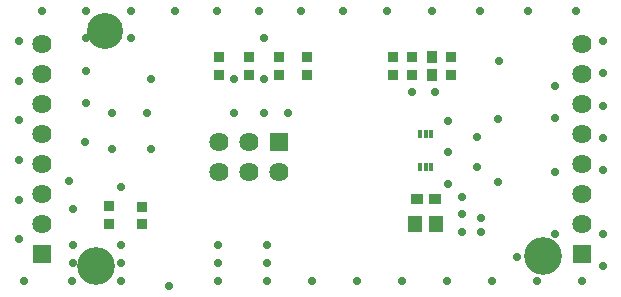
<source format=gts>
%FSLAX25Y25*%
%MOIN*%
G70*
G01*
G75*
G04 Layer_Color=8388736*
%ADD10C,0.00500*%
%ADD11R,0.04500X0.05000*%
%ADD12R,0.03500X0.03200*%
%ADD13R,0.00984X0.02165*%
%ADD14R,0.03200X0.03000*%
%ADD15R,0.03200X0.03500*%
%ADD16C,0.01500*%
%ADD17C,0.02000*%
%ADD18C,0.01000*%
%ADD19R,0.06000X0.06000*%
%ADD20C,0.06000*%
%ADD21C,0.03937*%
%ADD22C,0.04000*%
%ADD23C,0.02400*%
%ADD24C,0.03200*%
%ADD25C,0.01200*%
%ADD26C,0.03000*%
%ADD27C,0.00400*%
%ADD28C,0.00200*%
%ADD29C,0.00800*%
%ADD30R,0.04900X0.05400*%
%ADD31R,0.03900X0.03600*%
%ADD32R,0.01384X0.02565*%
%ADD33R,0.03600X0.03400*%
%ADD34R,0.03600X0.03900*%
%ADD35R,0.06400X0.06400*%
%ADD36C,0.06400*%
%ADD37C,0.12598*%
%ADD38C,0.12000*%
%ADD39C,0.02800*%
D30*
X241500Y124000D02*
D03*
X234500D02*
D03*
D31*
X235000Y132500D02*
D03*
X241000D02*
D03*
D32*
X236032Y153913D02*
D03*
X238000D02*
D03*
X239968D02*
D03*
X236032Y143087D02*
D03*
X238000D02*
D03*
X239968D02*
D03*
D33*
X246500Y179600D02*
D03*
Y173600D02*
D03*
X233500Y179600D02*
D03*
Y173600D02*
D03*
X227000Y179600D02*
D03*
Y173600D02*
D03*
X198500D02*
D03*
Y179600D02*
D03*
X189000D02*
D03*
Y173600D02*
D03*
X179000Y179600D02*
D03*
Y173600D02*
D03*
X169000Y179600D02*
D03*
Y173600D02*
D03*
X143500Y124100D02*
D03*
Y129900D02*
D03*
X132500Y130000D02*
D03*
Y124000D02*
D03*
D34*
X240000Y173600D02*
D03*
Y179600D02*
D03*
D35*
X290000Y114000D02*
D03*
X110000D02*
D03*
X189000Y151500D02*
D03*
D36*
X290000Y124000D02*
D03*
Y134000D02*
D03*
Y144000D02*
D03*
Y154000D02*
D03*
Y164000D02*
D03*
Y174000D02*
D03*
Y184000D02*
D03*
X110000Y124000D02*
D03*
Y134000D02*
D03*
Y144000D02*
D03*
Y154000D02*
D03*
Y164000D02*
D03*
Y174000D02*
D03*
Y184000D02*
D03*
X189000Y141500D02*
D03*
X179000Y151500D02*
D03*
Y141500D02*
D03*
X169000Y151500D02*
D03*
Y141500D02*
D03*
D37*
X128000Y110000D02*
D03*
X277000Y113500D02*
D03*
D38*
X131000Y188500D02*
D03*
D39*
X281000Y141500D02*
D03*
Y170000D02*
D03*
Y159500D02*
D03*
X262500Y178500D02*
D03*
X262000Y159000D02*
D03*
Y138000D02*
D03*
X255000Y143000D02*
D03*
Y153000D02*
D03*
X256500Y121500D02*
D03*
Y126000D02*
D03*
X250000Y121500D02*
D03*
Y127250D02*
D03*
Y133000D02*
D03*
X245500Y137500D02*
D03*
Y148000D02*
D03*
Y158500D02*
D03*
X281000Y120714D02*
D03*
X268500Y113000D02*
D03*
X233500Y168000D02*
D03*
X241000D02*
D03*
X136625Y117000D02*
D03*
X120500D02*
D03*
X240000Y195000D02*
D03*
X225250D02*
D03*
X210500D02*
D03*
X110000D02*
D03*
X124833D02*
D03*
X139667D02*
D03*
X154500D02*
D03*
X168500D02*
D03*
X182500D02*
D03*
X196500D02*
D03*
X256000D02*
D03*
X272000D02*
D03*
X288000D02*
D03*
X297000Y185000D02*
D03*
Y174286D02*
D03*
Y163571D02*
D03*
Y152857D02*
D03*
Y120714D02*
D03*
Y110000D02*
D03*
X290000Y105000D02*
D03*
X275000D02*
D03*
X260000D02*
D03*
X245000D02*
D03*
X230000D02*
D03*
X215000D02*
D03*
X200000D02*
D03*
X102500Y185000D02*
D03*
Y171800D02*
D03*
Y158600D02*
D03*
Y145400D02*
D03*
Y132200D02*
D03*
Y119000D02*
D03*
X104000Y105000D02*
D03*
X120200D02*
D03*
X136400D02*
D03*
X152500Y103500D02*
D03*
X168800Y105000D02*
D03*
X185000D02*
D03*
X168800Y111000D02*
D03*
X168875Y117000D02*
D03*
X185000D02*
D03*
Y111000D02*
D03*
X297000Y142143D02*
D03*
X120500Y111000D02*
D03*
X136500D02*
D03*
X124833Y186000D02*
D03*
Y175000D02*
D03*
Y164500D02*
D03*
X139667Y186000D02*
D03*
X184000D02*
D03*
X146500Y172500D02*
D03*
X145000Y161000D02*
D03*
X146500Y149000D02*
D03*
X133500Y161000D02*
D03*
Y149000D02*
D03*
X136500Y136500D02*
D03*
X124500Y151500D02*
D03*
X119000Y138500D02*
D03*
X120500Y129000D02*
D03*
X174000Y172500D02*
D03*
X184167D02*
D03*
X174000Y161000D02*
D03*
X184167D02*
D03*
X192000D02*
D03*
M02*

</source>
